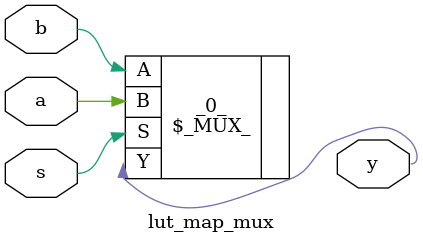
<source format=v>
/* Generated by Yosys 0.62+39 (git sha1 131911291-dirty, g++ 11.4.0-1ubuntu1~22.04.2 -Og -fPIC) */

(* top =  1  *)
(* src = "dut.sv:1.1-6.10" *)
module lut_map_mux(a, b, s, y);
  (* src = "dut.sv:2.11-2.12" *)
  input a;
  wire a;
  (* src = "dut.sv:2.14-2.15" *)
  input b;
  wire b;
  (* src = "dut.sv:2.17-2.18" *)
  input s;
  wire s;
  (* src = "dut.sv:3.12-3.13" *)
  output y;
  wire y;
  \$_MUX_  _0_ (
    .A(b),
    .B(a),
    .S(s),
    .Y(y)
  );
endmodule

</source>
